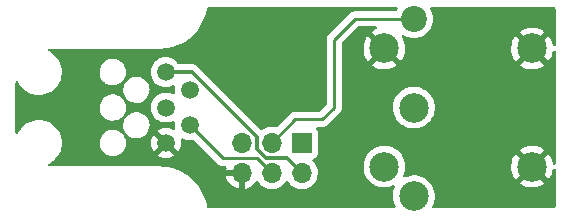
<source format=gbr>
%TF.GenerationSoftware,KiCad,Pcbnew,6.0.2+dfsg-1*%
%TF.CreationDate,2024-04-13T11:51:50+02:00*%
%TF.ProjectId,ps2_to_amiga,7073325f-746f-45f6-916d-6967612e6b69,rev?*%
%TF.SameCoordinates,Original*%
%TF.FileFunction,Copper,L2,Bot*%
%TF.FilePolarity,Positive*%
%FSLAX46Y46*%
G04 Gerber Fmt 4.6, Leading zero omitted, Abs format (unit mm)*
G04 Created by KiCad (PCBNEW 6.0.2+dfsg-1) date 2024-04-13 11:51:50*
%MOMM*%
%LPD*%
G01*
G04 APERTURE LIST*
%TA.AperFunction,ComponentPad*%
%ADD10R,1.700000X1.700000*%
%TD*%
%TA.AperFunction,ComponentPad*%
%ADD11O,1.700000X1.700000*%
%TD*%
%TA.AperFunction,ComponentPad*%
%ADD12C,2.200000*%
%TD*%
%TA.AperFunction,ComponentPad*%
%ADD13C,2.500000*%
%TD*%
%TA.AperFunction,ComponentPad*%
%ADD14C,1.500000*%
%TD*%
%TA.AperFunction,Conductor*%
%ADD15C,0.250000*%
%TD*%
%TA.AperFunction,Conductor*%
%ADD16C,0.304800*%
%TD*%
G04 APERTURE END LIST*
D10*
%TO.P,J2,1,MISO*%
%TO.N,PS2_DAT*%
X150500000Y-83000000D03*
D11*
%TO.P,J2,2,VCC*%
%TO.N,+5V*%
X150500000Y-85540000D03*
%TO.P,J2,3,SCK*%
%TO.N,PS2_CLK*%
X147960000Y-83000000D03*
%TO.P,J2,4,MOSI*%
%TO.N,AMIGA_RST*%
X147960000Y-85540000D03*
%TO.P,J2,5,~{RST}*%
%TO.N,/ISP_RST*%
X145420000Y-83000000D03*
%TO.P,J2,6,GND*%
%TO.N,GND*%
X145420000Y-85540000D03*
%TD*%
D12*
%TO.P,J4,1*%
%TO.N,PS2_CLK*%
X160000000Y-72500000D03*
D13*
%TO.P,J4,2*%
%TO.N,PS2_DAT*%
X160000000Y-80000000D03*
%TO.P,J4,3*%
%TO.N,unconnected-(J4-Pad3)*%
X160000000Y-87500000D03*
%TO.P,J4,4*%
%TO.N,GND*%
X157500000Y-75000000D03*
%TO.P,J4,5*%
%TO.N,+5V*%
X157500000Y-85000000D03*
%TO.P,J4,6*%
%TO.N,GND*%
X170000000Y-85000000D03*
X170000000Y-75000000D03*
%TD*%
D14*
%TO.P,J1,1,Pin_1*%
%TO.N,+5V*%
X139000000Y-77000000D03*
%TO.P,J1,2,Pin_2*%
%TO.N,AMIGA_CLK*%
X141000000Y-78500000D03*
%TO.P,J1,3,Pin_3*%
%TO.N,AMIGA_DAT*%
X139000000Y-80000000D03*
%TO.P,J1,4,Pin_4*%
%TO.N,AMIGA_RST*%
X141000000Y-81500000D03*
%TO.P,J1,5,Pin_5*%
%TO.N,GND*%
X139000000Y-83000000D03*
%TD*%
D15*
%TO.N,PS2_CLK*%
X147960000Y-83000000D02*
X149960000Y-81000000D01*
X149960000Y-81000000D02*
X152250000Y-81000000D01*
X152250000Y-81000000D02*
X153250000Y-80000000D01*
X153250000Y-80000000D02*
X153250000Y-74250000D01*
X153250000Y-74250000D02*
X155000000Y-72500000D01*
X155000000Y-72500000D02*
X160000000Y-72500000D01*
%TO.N,AMIGA_RST*%
X141000000Y-81500000D02*
X143811489Y-84311489D01*
X143811489Y-84311489D02*
X146731489Y-84311489D01*
X146731489Y-84311489D02*
X147960000Y-85540000D01*
D16*
%TO.N,+5V*%
X139000000Y-77000000D02*
X141196127Y-77000000D01*
X141196127Y-77000000D02*
X146675911Y-82479784D01*
X146675911Y-82479784D02*
X146675911Y-83492038D01*
X146675911Y-83492038D02*
X147467962Y-84284089D01*
X147467962Y-84284089D02*
X149244089Y-84284089D01*
X149244089Y-84284089D02*
X150500000Y-85540000D01*
%TD*%
%TA.AperFunction,Conductor*%
%TO.N,GND*%
G36*
X158564536Y-71528002D02*
G01*
X158611029Y-71581658D01*
X158621133Y-71651932D01*
X158603848Y-71699835D01*
X158562384Y-71767498D01*
X158560489Y-71772073D01*
X158560488Y-71772075D01*
X158553593Y-71788720D01*
X158509044Y-71844000D01*
X158437185Y-71866500D01*
X155078768Y-71866500D01*
X155067585Y-71865973D01*
X155060092Y-71864298D01*
X155052166Y-71864547D01*
X155052165Y-71864547D01*
X154992002Y-71866438D01*
X154988044Y-71866500D01*
X154960144Y-71866500D01*
X154956154Y-71867004D01*
X154944320Y-71867936D01*
X154900111Y-71869326D01*
X154892497Y-71871538D01*
X154892492Y-71871539D01*
X154880659Y-71874977D01*
X154861296Y-71878988D01*
X154841203Y-71881526D01*
X154833836Y-71884443D01*
X154833831Y-71884444D01*
X154800092Y-71897802D01*
X154788865Y-71901646D01*
X154746407Y-71913982D01*
X154739581Y-71918019D01*
X154728972Y-71924293D01*
X154711224Y-71932988D01*
X154692383Y-71940448D01*
X154685967Y-71945110D01*
X154685966Y-71945110D01*
X154656613Y-71966436D01*
X154646693Y-71972952D01*
X154615465Y-71991420D01*
X154615462Y-71991422D01*
X154608638Y-71995458D01*
X154594317Y-72009779D01*
X154579284Y-72022619D01*
X154562893Y-72034528D01*
X154557842Y-72040634D01*
X154534702Y-72068605D01*
X154526712Y-72077384D01*
X152857747Y-73746348D01*
X152849461Y-73753888D01*
X152842982Y-73758000D01*
X152837557Y-73763777D01*
X152796357Y-73807651D01*
X152793602Y-73810493D01*
X152773865Y-73830230D01*
X152771385Y-73833427D01*
X152763682Y-73842447D01*
X152733414Y-73874679D01*
X152729595Y-73881625D01*
X152729593Y-73881628D01*
X152723652Y-73892434D01*
X152712801Y-73908953D01*
X152700386Y-73924959D01*
X152697241Y-73932228D01*
X152697238Y-73932232D01*
X152682826Y-73965537D01*
X152677609Y-73976187D01*
X152656305Y-74014940D01*
X152654334Y-74022615D01*
X152654334Y-74022616D01*
X152651267Y-74034562D01*
X152644863Y-74053266D01*
X152636819Y-74071855D01*
X152635580Y-74079678D01*
X152635577Y-74079688D01*
X152629901Y-74115524D01*
X152627495Y-74127144D01*
X152616500Y-74169970D01*
X152616500Y-74190224D01*
X152614949Y-74209934D01*
X152611780Y-74229943D01*
X152612526Y-74237835D01*
X152615941Y-74273961D01*
X152616500Y-74285819D01*
X152616500Y-79685405D01*
X152596498Y-79753526D01*
X152579595Y-79774501D01*
X152024499Y-80329596D01*
X151962187Y-80363621D01*
X151935404Y-80366500D01*
X150038767Y-80366500D01*
X150027584Y-80365973D01*
X150020091Y-80364298D01*
X150012165Y-80364547D01*
X150012164Y-80364547D01*
X149952014Y-80366438D01*
X149948055Y-80366500D01*
X149920144Y-80366500D01*
X149916210Y-80366997D01*
X149916209Y-80366997D01*
X149916144Y-80367005D01*
X149904307Y-80367938D01*
X149872490Y-80368938D01*
X149868029Y-80369078D01*
X149860110Y-80369327D01*
X149842454Y-80374456D01*
X149840658Y-80374978D01*
X149821306Y-80378986D01*
X149814235Y-80379880D01*
X149801203Y-80381526D01*
X149793834Y-80384443D01*
X149793832Y-80384444D01*
X149760097Y-80397800D01*
X149748869Y-80401645D01*
X149706407Y-80413982D01*
X149699584Y-80418017D01*
X149699582Y-80418018D01*
X149688972Y-80424293D01*
X149671224Y-80432988D01*
X149652383Y-80440448D01*
X149645967Y-80445110D01*
X149645966Y-80445110D01*
X149616613Y-80466436D01*
X149606693Y-80472952D01*
X149575465Y-80491420D01*
X149575462Y-80491422D01*
X149568638Y-80495458D01*
X149554317Y-80509779D01*
X149539284Y-80522619D01*
X149522893Y-80534528D01*
X149517842Y-80540634D01*
X149494702Y-80568605D01*
X149486712Y-80577384D01*
X148417345Y-81646750D01*
X148355033Y-81680776D01*
X148306154Y-81681702D01*
X148093373Y-81643800D01*
X148093367Y-81643799D01*
X148088284Y-81642894D01*
X148014452Y-81641992D01*
X147870081Y-81640228D01*
X147870079Y-81640228D01*
X147864911Y-81640165D01*
X147644091Y-81673955D01*
X147431756Y-81743357D01*
X147374622Y-81773099D01*
X147292837Y-81815674D01*
X147233607Y-81846507D01*
X147229474Y-81849610D01*
X147229471Y-81849612D01*
X147174642Y-81890779D01*
X147108157Y-81915685D01*
X147038761Y-81900693D01*
X147009894Y-81879114D01*
X141682741Y-76551961D01*
X141676887Y-76545695D01*
X141646597Y-76510973D01*
X141641603Y-76505248D01*
X141593025Y-76471107D01*
X141587731Y-76467175D01*
X141546982Y-76435223D01*
X141546983Y-76435223D01*
X141541006Y-76430537D01*
X141534082Y-76427411D01*
X141527951Y-76423698D01*
X141523331Y-76421062D01*
X141516949Y-76417640D01*
X141510730Y-76413269D01*
X141455413Y-76391701D01*
X141449334Y-76389146D01*
X141414313Y-76373334D01*
X141395215Y-76364711D01*
X141387739Y-76363325D01*
X141380861Y-76361170D01*
X141375736Y-76359710D01*
X141368772Y-76357922D01*
X141361693Y-76355162D01*
X141354161Y-76354170D01*
X141354159Y-76354170D01*
X141328931Y-76350849D01*
X141302827Y-76347413D01*
X141296329Y-76346384D01*
X141237930Y-76335560D01*
X141230350Y-76335997D01*
X141230349Y-76335997D01*
X141180160Y-76338891D01*
X141172907Y-76339100D01*
X140139169Y-76339100D01*
X140071048Y-76319098D01*
X140035956Y-76285371D01*
X139970908Y-76192473D01*
X139970906Y-76192470D01*
X139967749Y-76187962D01*
X139812038Y-76032251D01*
X139782566Y-76011614D01*
X139732759Y-75976739D01*
X139631654Y-75905944D01*
X139432076Y-75812880D01*
X139219371Y-75755885D01*
X139000000Y-75736693D01*
X138780629Y-75755885D01*
X138567924Y-75812880D01*
X138516336Y-75836936D01*
X138373334Y-75903618D01*
X138373329Y-75903621D01*
X138368347Y-75905944D01*
X138363840Y-75909100D01*
X138363838Y-75909101D01*
X138192473Y-76029092D01*
X138192470Y-76029094D01*
X138187962Y-76032251D01*
X138032251Y-76187962D01*
X138029094Y-76192470D01*
X138029092Y-76192473D01*
X137909101Y-76363838D01*
X137905944Y-76368347D01*
X137903621Y-76373329D01*
X137903618Y-76373334D01*
X137880304Y-76423332D01*
X137812880Y-76567924D01*
X137755885Y-76780629D01*
X137736693Y-77000000D01*
X137755885Y-77219371D01*
X137812880Y-77432076D01*
X137843902Y-77498603D01*
X137903618Y-77626666D01*
X137903621Y-77626671D01*
X137905944Y-77631653D01*
X137909100Y-77636160D01*
X137909101Y-77636162D01*
X137992612Y-77755427D01*
X138032251Y-77812038D01*
X138187962Y-77967749D01*
X138192471Y-77970906D01*
X138192473Y-77970908D01*
X138257649Y-78016545D01*
X138368346Y-78094056D01*
X138567924Y-78187120D01*
X138780629Y-78244115D01*
X139000000Y-78263307D01*
X139219371Y-78244115D01*
X139432076Y-78187120D01*
X139585862Y-78115409D01*
X139656054Y-78104748D01*
X139720867Y-78133728D01*
X139759723Y-78193148D01*
X139760818Y-78262217D01*
X139757309Y-78275312D01*
X139757308Y-78275320D01*
X139755885Y-78280629D01*
X139736693Y-78500000D01*
X139755885Y-78719371D01*
X139757308Y-78724680D01*
X139757309Y-78724688D01*
X139760818Y-78737783D01*
X139759130Y-78808760D01*
X139719336Y-78867556D01*
X139654072Y-78895505D01*
X139585862Y-78884591D01*
X139545656Y-78865843D01*
X139432076Y-78812880D01*
X139219371Y-78755885D01*
X139000000Y-78736693D01*
X138780629Y-78755885D01*
X138567924Y-78812880D01*
X138474562Y-78856415D01*
X138373334Y-78903618D01*
X138373329Y-78903621D01*
X138368347Y-78905944D01*
X138363840Y-78909100D01*
X138363838Y-78909101D01*
X138192473Y-79029092D01*
X138192470Y-79029094D01*
X138187962Y-79032251D01*
X138032251Y-79187962D01*
X138029094Y-79192470D01*
X138029092Y-79192473D01*
X137945372Y-79312038D01*
X137905944Y-79368347D01*
X137903621Y-79373329D01*
X137903618Y-79373334D01*
X137861409Y-79463852D01*
X137812880Y-79567924D01*
X137755885Y-79780629D01*
X137736693Y-80000000D01*
X137755885Y-80219371D01*
X137812880Y-80432076D01*
X137843345Y-80497409D01*
X137903618Y-80626666D01*
X137903621Y-80626671D01*
X137905944Y-80631653D01*
X137909100Y-80636160D01*
X137909101Y-80636162D01*
X137992612Y-80755427D01*
X138032251Y-80812038D01*
X138187962Y-80967749D01*
X138192471Y-80970906D01*
X138192473Y-80970908D01*
X138257649Y-81016545D01*
X138368346Y-81094056D01*
X138567924Y-81187120D01*
X138780629Y-81244115D01*
X139000000Y-81263307D01*
X139219371Y-81244115D01*
X139432076Y-81187120D01*
X139585862Y-81115409D01*
X139656054Y-81104748D01*
X139720867Y-81133728D01*
X139759723Y-81193148D01*
X139760818Y-81262217D01*
X139757309Y-81275312D01*
X139757308Y-81275319D01*
X139755885Y-81280629D01*
X139736693Y-81500000D01*
X139755885Y-81719371D01*
X139757306Y-81724675D01*
X139757308Y-81724685D01*
X139760987Y-81738412D01*
X139759299Y-81809389D01*
X139719506Y-81868185D01*
X139654242Y-81896135D01*
X139586031Y-81885221D01*
X139436887Y-81815674D01*
X139426595Y-81811928D01*
X139224599Y-81757804D01*
X139213804Y-81755901D01*
X139005475Y-81737674D01*
X138994525Y-81737674D01*
X138786196Y-81755901D01*
X138775401Y-81757804D01*
X138573405Y-81811928D01*
X138563113Y-81815674D01*
X138373583Y-81904054D01*
X138364093Y-81909534D01*
X138322851Y-81938411D01*
X138314477Y-81948887D01*
X138321545Y-81962334D01*
X139000000Y-82640790D01*
X140038388Y-83679177D01*
X140050162Y-83685606D01*
X140062176Y-83676310D01*
X140090466Y-83635907D01*
X140095946Y-83626417D01*
X140184326Y-83436887D01*
X140188072Y-83426595D01*
X140242196Y-83224599D01*
X140244099Y-83213804D01*
X140262326Y-83005475D01*
X140262326Y-82994525D01*
X140244099Y-82786196D01*
X140242195Y-82775394D01*
X140238589Y-82761937D01*
X140240279Y-82690961D01*
X140280074Y-82632166D01*
X140345339Y-82604219D01*
X140413546Y-82615133D01*
X140567924Y-82687120D01*
X140780629Y-82744115D01*
X141000000Y-82763307D01*
X141219371Y-82744115D01*
X141236266Y-82739588D01*
X141250717Y-82735716D01*
X141321694Y-82737406D01*
X141372423Y-82768328D01*
X143307837Y-84703742D01*
X143315377Y-84712028D01*
X143319489Y-84718507D01*
X143325266Y-84723932D01*
X143369140Y-84765132D01*
X143371982Y-84767887D01*
X143391719Y-84787624D01*
X143394916Y-84790104D01*
X143403936Y-84797807D01*
X143436168Y-84828075D01*
X143443114Y-84831894D01*
X143443117Y-84831896D01*
X143453923Y-84837837D01*
X143470442Y-84848688D01*
X143486448Y-84861103D01*
X143493717Y-84864248D01*
X143493721Y-84864251D01*
X143527026Y-84878663D01*
X143537676Y-84883880D01*
X143576429Y-84905184D01*
X143584104Y-84907155D01*
X143584105Y-84907155D01*
X143596051Y-84910222D01*
X143614755Y-84916626D01*
X143618721Y-84918342D01*
X143633344Y-84924670D01*
X143641167Y-84925909D01*
X143641177Y-84925912D01*
X143677013Y-84931588D01*
X143688633Y-84933994D01*
X143723778Y-84943017D01*
X143731459Y-84944989D01*
X143751713Y-84944989D01*
X143771423Y-84946540D01*
X143791432Y-84949709D01*
X143799324Y-84948963D01*
X143835450Y-84945548D01*
X143847308Y-84944989D01*
X144009985Y-84944989D01*
X144078106Y-84964991D01*
X144124599Y-85018647D01*
X144134703Y-85088921D01*
X144131402Y-85104662D01*
X144084389Y-85274184D01*
X144085912Y-85282607D01*
X144098292Y-85286000D01*
X145548000Y-85286000D01*
X145616121Y-85306002D01*
X145662614Y-85359658D01*
X145674000Y-85412000D01*
X145674000Y-86858517D01*
X145678064Y-86872359D01*
X145691478Y-86874393D01*
X145698184Y-86873534D01*
X145708262Y-86871392D01*
X145912255Y-86810191D01*
X145921842Y-86806433D01*
X146113095Y-86712739D01*
X146121945Y-86707464D01*
X146295328Y-86583792D01*
X146303200Y-86577139D01*
X146454052Y-86426812D01*
X146460730Y-86418965D01*
X146588022Y-86241819D01*
X146589279Y-86242722D01*
X146636373Y-86199362D01*
X146706311Y-86187145D01*
X146771751Y-86214678D01*
X146799579Y-86246511D01*
X146859987Y-86345088D01*
X147006250Y-86513938D01*
X147178126Y-86656632D01*
X147371000Y-86769338D01*
X147375825Y-86771180D01*
X147375826Y-86771181D01*
X147448612Y-86798975D01*
X147579692Y-86849030D01*
X147584760Y-86850061D01*
X147584763Y-86850062D01*
X147679862Y-86869410D01*
X147798597Y-86893567D01*
X147803772Y-86893757D01*
X147803774Y-86893757D01*
X148016673Y-86901564D01*
X148016677Y-86901564D01*
X148021837Y-86901753D01*
X148026957Y-86901097D01*
X148026959Y-86901097D01*
X148238288Y-86874025D01*
X148238289Y-86874025D01*
X148243416Y-86873368D01*
X148248366Y-86871883D01*
X148452429Y-86810661D01*
X148452434Y-86810659D01*
X148457384Y-86809174D01*
X148657994Y-86710896D01*
X148839860Y-86581173D01*
X148856911Y-86564182D01*
X148994435Y-86427137D01*
X148998096Y-86423489D01*
X149128453Y-86242077D01*
X149129776Y-86243028D01*
X149176645Y-86199857D01*
X149246580Y-86187625D01*
X149312026Y-86215144D01*
X149339875Y-86246994D01*
X149399987Y-86345088D01*
X149546250Y-86513938D01*
X149718126Y-86656632D01*
X149911000Y-86769338D01*
X149915825Y-86771180D01*
X149915826Y-86771181D01*
X149988612Y-86798975D01*
X150119692Y-86849030D01*
X150124760Y-86850061D01*
X150124763Y-86850062D01*
X150219862Y-86869410D01*
X150338597Y-86893567D01*
X150343772Y-86893757D01*
X150343774Y-86893757D01*
X150556673Y-86901564D01*
X150556677Y-86901564D01*
X150561837Y-86901753D01*
X150566957Y-86901097D01*
X150566959Y-86901097D01*
X150778288Y-86874025D01*
X150778289Y-86874025D01*
X150783416Y-86873368D01*
X150788366Y-86871883D01*
X150992429Y-86810661D01*
X150992434Y-86810659D01*
X150997384Y-86809174D01*
X151197994Y-86710896D01*
X151379860Y-86581173D01*
X151396911Y-86564182D01*
X151534435Y-86427137D01*
X151538096Y-86423489D01*
X151668453Y-86242077D01*
X151681995Y-86214678D01*
X151765136Y-86046453D01*
X151765137Y-86046451D01*
X151767430Y-86041811D01*
X151821239Y-85864704D01*
X151830865Y-85833023D01*
X151830865Y-85833021D01*
X151832370Y-85828069D01*
X151861529Y-85606590D01*
X151861926Y-85590338D01*
X151863074Y-85543365D01*
X151863074Y-85543361D01*
X151863156Y-85540000D01*
X151844852Y-85317361D01*
X151790431Y-85100702D01*
X151701354Y-84895840D01*
X151620258Y-84770484D01*
X151582822Y-84712617D01*
X151582820Y-84712614D01*
X151580014Y-84708277D01*
X151576532Y-84704450D01*
X151432798Y-84546488D01*
X151401746Y-84482642D01*
X151410141Y-84412143D01*
X151455317Y-84357375D01*
X151481761Y-84343706D01*
X151588297Y-84303767D01*
X151596705Y-84300615D01*
X151713261Y-84213261D01*
X151800615Y-84096705D01*
X151851745Y-83960316D01*
X151858500Y-83898134D01*
X151858500Y-82101866D01*
X151851745Y-82039684D01*
X151800615Y-81903295D01*
X151749479Y-81835064D01*
X151724631Y-81768559D01*
X151739684Y-81699177D01*
X151789858Y-81648946D01*
X151850305Y-81633500D01*
X152171233Y-81633500D01*
X152182416Y-81634027D01*
X152189909Y-81635702D01*
X152197835Y-81635453D01*
X152197836Y-81635453D01*
X152257986Y-81633562D01*
X152261945Y-81633500D01*
X152289856Y-81633500D01*
X152293791Y-81633003D01*
X152293856Y-81632995D01*
X152305693Y-81632062D01*
X152337951Y-81631048D01*
X152341970Y-81630922D01*
X152349889Y-81630673D01*
X152369343Y-81625021D01*
X152388700Y-81621013D01*
X152400930Y-81619468D01*
X152400931Y-81619468D01*
X152408797Y-81618474D01*
X152416168Y-81615555D01*
X152416170Y-81615555D01*
X152449912Y-81602196D01*
X152461142Y-81598351D01*
X152495983Y-81588229D01*
X152495984Y-81588229D01*
X152503593Y-81586018D01*
X152510412Y-81581985D01*
X152510417Y-81581983D01*
X152521028Y-81575707D01*
X152538776Y-81567012D01*
X152557617Y-81559552D01*
X152593387Y-81533564D01*
X152603307Y-81527048D01*
X152634535Y-81508580D01*
X152634538Y-81508578D01*
X152641362Y-81504542D01*
X152655683Y-81490221D01*
X152670717Y-81477380D01*
X152671738Y-81476638D01*
X152687107Y-81465472D01*
X152715298Y-81431395D01*
X152723288Y-81422616D01*
X153642247Y-80503657D01*
X153650537Y-80496113D01*
X153657018Y-80492000D01*
X153703659Y-80442332D01*
X153706413Y-80439491D01*
X153726135Y-80419769D01*
X153728612Y-80416576D01*
X153736317Y-80407555D01*
X153761159Y-80381100D01*
X153766586Y-80375321D01*
X153770645Y-80367938D01*
X153776346Y-80357568D01*
X153787202Y-80341041D01*
X153794757Y-80331302D01*
X153794758Y-80331300D01*
X153799614Y-80325040D01*
X153817174Y-80284460D01*
X153822391Y-80273812D01*
X153839875Y-80242009D01*
X153839876Y-80242007D01*
X153843695Y-80235060D01*
X153848733Y-80215437D01*
X153855137Y-80196734D01*
X153860033Y-80185420D01*
X153860033Y-80185419D01*
X153863181Y-80178145D01*
X153864420Y-80170322D01*
X153864423Y-80170312D01*
X153870099Y-80134476D01*
X153872505Y-80122856D01*
X153881528Y-80087711D01*
X153881528Y-80087710D01*
X153883500Y-80080030D01*
X153883500Y-80059776D01*
X153885051Y-80040065D01*
X153886980Y-80027886D01*
X153888220Y-80020057D01*
X153884059Y-79976038D01*
X153883500Y-79964181D01*
X153883500Y-79953839D01*
X158237173Y-79953839D01*
X158237397Y-79958505D01*
X158237397Y-79958511D01*
X158243234Y-80080030D01*
X158249713Y-80214908D01*
X158300704Y-80471256D01*
X158389026Y-80717252D01*
X158395999Y-80730229D01*
X158497209Y-80918591D01*
X158512737Y-80947491D01*
X158515532Y-80951234D01*
X158515534Y-80951237D01*
X158666330Y-81153177D01*
X158666335Y-81153183D01*
X158669122Y-81156915D01*
X158672431Y-81160195D01*
X158672436Y-81160201D01*
X158788564Y-81275319D01*
X158854743Y-81340923D01*
X158858505Y-81343681D01*
X158858508Y-81343684D01*
X159031971Y-81470872D01*
X159065524Y-81495474D01*
X159069667Y-81497654D01*
X159069669Y-81497655D01*
X159292684Y-81614989D01*
X159292689Y-81614991D01*
X159296834Y-81617172D01*
X159385841Y-81648255D01*
X159531658Y-81699177D01*
X159543590Y-81703344D01*
X159548183Y-81704216D01*
X159795785Y-81751224D01*
X159795788Y-81751224D01*
X159800374Y-81752095D01*
X159930959Y-81757226D01*
X160056875Y-81762174D01*
X160056881Y-81762174D01*
X160061543Y-81762357D01*
X160140977Y-81753657D01*
X160316707Y-81734412D01*
X160316712Y-81734411D01*
X160321360Y-81733902D01*
X160391245Y-81715503D01*
X160569594Y-81668548D01*
X160569596Y-81668547D01*
X160574117Y-81667357D01*
X160625112Y-81645448D01*
X160697204Y-81614474D01*
X160814262Y-81564182D01*
X160863741Y-81533564D01*
X161032547Y-81429104D01*
X161032548Y-81429104D01*
X161036519Y-81426646D01*
X161040082Y-81423629D01*
X161040087Y-81423626D01*
X161232439Y-81260787D01*
X161232440Y-81260786D01*
X161236005Y-81257768D01*
X161336705Y-81142942D01*
X161405257Y-81064774D01*
X161405261Y-81064769D01*
X161408339Y-81061259D01*
X161411719Y-81056005D01*
X161547205Y-80845367D01*
X161549733Y-80841437D01*
X161657083Y-80603129D01*
X161679789Y-80522620D01*
X161726760Y-80356076D01*
X161726761Y-80356073D01*
X161728030Y-80351572D01*
X161741968Y-80242009D01*
X161760616Y-80095421D01*
X161760616Y-80095417D01*
X161761014Y-80092291D01*
X161763431Y-80000000D01*
X161759655Y-79949185D01*
X161744407Y-79744000D01*
X161744406Y-79743996D01*
X161744061Y-79739348D01*
X161733176Y-79691240D01*
X161694065Y-79518400D01*
X161686377Y-79484423D01*
X161683841Y-79477901D01*
X161593340Y-79245176D01*
X161593339Y-79245173D01*
X161591647Y-79240823D01*
X161578578Y-79217956D01*
X161523230Y-79121118D01*
X161461951Y-79013902D01*
X161300138Y-78808643D01*
X161109763Y-78629557D01*
X160928348Y-78503704D01*
X160898851Y-78483241D01*
X160898848Y-78483239D01*
X160895009Y-78480576D01*
X160887024Y-78476638D01*
X160664781Y-78367040D01*
X160664778Y-78367039D01*
X160660593Y-78364975D01*
X160629738Y-78355098D01*
X160416123Y-78286720D01*
X160411665Y-78285293D01*
X160153693Y-78243279D01*
X160039942Y-78241790D01*
X159897022Y-78239919D01*
X159897019Y-78239919D01*
X159892345Y-78239858D01*
X159633362Y-78275104D01*
X159628876Y-78276412D01*
X159628874Y-78276412D01*
X159600988Y-78284540D01*
X159382433Y-78348243D01*
X159378180Y-78350203D01*
X159378179Y-78350204D01*
X159341659Y-78367040D01*
X159145072Y-78457668D01*
X159106067Y-78483241D01*
X158930404Y-78598410D01*
X158930399Y-78598414D01*
X158926491Y-78600976D01*
X158731494Y-78775018D01*
X158564363Y-78975970D01*
X158561934Y-78979973D01*
X158512712Y-79061089D01*
X158428771Y-79199419D01*
X158327697Y-79440455D01*
X158263359Y-79693783D01*
X158262891Y-79698434D01*
X158262890Y-79698438D01*
X158255149Y-79775319D01*
X158237173Y-79953839D01*
X153883500Y-79953839D01*
X153883500Y-76409133D01*
X156455612Y-76409133D01*
X156464325Y-76420653D01*
X156562018Y-76492284D01*
X156569928Y-76497227D01*
X156792890Y-76614533D01*
X156801453Y-76618256D01*
X157039304Y-76701318D01*
X157048313Y-76703732D01*
X157295842Y-76750727D01*
X157305098Y-76751781D01*
X157556857Y-76761673D01*
X157566171Y-76761347D01*
X157816615Y-76733920D01*
X157825792Y-76732219D01*
X158069431Y-76668074D01*
X158078251Y-76665037D01*
X158309736Y-76565583D01*
X158318008Y-76561276D01*
X158532249Y-76428700D01*
X158539188Y-76423658D01*
X158547518Y-76411019D01*
X158546414Y-76409133D01*
X168955612Y-76409133D01*
X168964325Y-76420653D01*
X169062018Y-76492284D01*
X169069928Y-76497227D01*
X169292890Y-76614533D01*
X169301453Y-76618256D01*
X169539304Y-76701318D01*
X169548313Y-76703732D01*
X169795842Y-76750727D01*
X169805098Y-76751781D01*
X170056857Y-76761673D01*
X170066171Y-76761347D01*
X170316615Y-76733920D01*
X170325792Y-76732219D01*
X170569431Y-76668074D01*
X170578251Y-76665037D01*
X170809736Y-76565583D01*
X170818008Y-76561276D01*
X171032249Y-76428700D01*
X171039188Y-76423658D01*
X171047518Y-76411019D01*
X171041456Y-76400666D01*
X170012812Y-75372022D01*
X169998868Y-75364408D01*
X169997035Y-75364539D01*
X169990420Y-75368790D01*
X168962270Y-76396940D01*
X168955612Y-76409133D01*
X158546414Y-76409133D01*
X158541456Y-76400666D01*
X157512812Y-75372022D01*
X157498868Y-75364408D01*
X157497035Y-75364539D01*
X157490420Y-75368790D01*
X156462270Y-76396940D01*
X156455612Y-76409133D01*
X153883500Y-76409133D01*
X153883500Y-74958523D01*
X155737898Y-74958523D01*
X155749987Y-75210175D01*
X155751124Y-75219435D01*
X155800274Y-75466535D01*
X155802768Y-75475528D01*
X155887900Y-75712639D01*
X155891700Y-75721174D01*
X156010946Y-75943101D01*
X156015957Y-75950968D01*
X156079446Y-76035990D01*
X156090704Y-76044439D01*
X156103123Y-76037667D01*
X157127978Y-75012812D01*
X157135592Y-74998868D01*
X157135461Y-74997035D01*
X157131210Y-74990420D01*
X156101321Y-73960531D01*
X156088013Y-73953264D01*
X156077974Y-73960386D01*
X156067761Y-73972666D01*
X156062346Y-73980258D01*
X155931646Y-74195646D01*
X155927408Y-74203963D01*
X155829981Y-74436299D01*
X155827020Y-74445149D01*
X155765006Y-74689331D01*
X155763384Y-74698528D01*
X155738143Y-74949198D01*
X155737898Y-74958523D01*
X153883500Y-74958523D01*
X153883500Y-74564594D01*
X153903502Y-74496473D01*
X153920405Y-74475499D01*
X155225500Y-73170405D01*
X155287812Y-73136379D01*
X155314595Y-73133500D01*
X156775164Y-73133500D01*
X156843285Y-73153502D01*
X156889778Y-73207158D01*
X156899882Y-73277432D01*
X156870388Y-73342012D01*
X156827916Y-73373926D01*
X156649558Y-73456151D01*
X156641406Y-73460670D01*
X156462353Y-73578062D01*
X156453216Y-73588803D01*
X156457789Y-73598579D01*
X158899913Y-76040703D01*
X158912293Y-76047463D01*
X158920634Y-76041219D01*
X159046765Y-75845127D01*
X159051212Y-75836936D01*
X159154691Y-75607222D01*
X159157882Y-75598455D01*
X159226269Y-75355976D01*
X159228129Y-75346834D01*
X159260116Y-75095396D01*
X159260597Y-75089108D01*
X159262847Y-75003160D01*
X159262696Y-74996851D01*
X159259848Y-74958523D01*
X168237898Y-74958523D01*
X168249987Y-75210175D01*
X168251124Y-75219435D01*
X168300274Y-75466535D01*
X168302768Y-75475528D01*
X168387900Y-75712639D01*
X168391700Y-75721174D01*
X168510946Y-75943101D01*
X168515957Y-75950968D01*
X168579446Y-76035990D01*
X168590704Y-76044439D01*
X168603123Y-76037667D01*
X169627978Y-75012812D01*
X169635592Y-74998868D01*
X169635461Y-74997035D01*
X169631210Y-74990420D01*
X168601321Y-73960531D01*
X168588013Y-73953264D01*
X168577974Y-73960386D01*
X168567761Y-73972666D01*
X168562346Y-73980258D01*
X168431646Y-74195646D01*
X168427408Y-74203963D01*
X168329981Y-74436299D01*
X168327020Y-74445149D01*
X168265006Y-74689331D01*
X168263384Y-74698528D01*
X168238143Y-74949198D01*
X168237898Y-74958523D01*
X159259848Y-74958523D01*
X159243912Y-74744074D01*
X159242536Y-74734868D01*
X159186929Y-74489126D01*
X159184205Y-74480215D01*
X159092888Y-74245392D01*
X159088877Y-74236983D01*
X158973213Y-74034613D01*
X158956776Y-73965545D01*
X158980289Y-73898556D01*
X159036287Y-73854912D01*
X159106991Y-73848472D01*
X159148441Y-73864658D01*
X159263268Y-73935025D01*
X159263278Y-73935030D01*
X159267498Y-73937616D01*
X159272068Y-73939509D01*
X159272072Y-73939511D01*
X159472706Y-74022616D01*
X159501409Y-74034505D01*
X159579555Y-74053266D01*
X159742784Y-74092454D01*
X159742790Y-74092455D01*
X159747597Y-74093609D01*
X160000000Y-74113474D01*
X160252403Y-74093609D01*
X160257210Y-74092455D01*
X160257216Y-74092454D01*
X160420445Y-74053266D01*
X160498591Y-74034505D01*
X160527294Y-74022616D01*
X160727928Y-73939511D01*
X160727932Y-73939509D01*
X160732502Y-73937616D01*
X160948376Y-73805328D01*
X161140898Y-73640898D01*
X161185392Y-73588803D01*
X168953216Y-73588803D01*
X168957789Y-73598579D01*
X169987188Y-74627978D01*
X170001132Y-74635592D01*
X170002965Y-74635461D01*
X170009580Y-74631210D01*
X171038419Y-73602371D01*
X171044803Y-73590681D01*
X171035391Y-73578570D01*
X170898593Y-73483670D01*
X170890565Y-73478942D01*
X170664593Y-73367505D01*
X170655960Y-73364017D01*
X170415998Y-73287205D01*
X170406938Y-73285029D01*
X170158260Y-73244529D01*
X170148973Y-73243717D01*
X169897053Y-73240419D01*
X169887742Y-73240989D01*
X169638097Y-73274964D01*
X169628978Y-73276902D01*
X169387098Y-73347404D01*
X169378367Y-73350667D01*
X169149558Y-73456151D01*
X169141406Y-73460670D01*
X168962353Y-73578062D01*
X168953216Y-73588803D01*
X161185392Y-73588803D01*
X161305328Y-73448376D01*
X161437616Y-73232502D01*
X161446407Y-73211280D01*
X161532611Y-73003164D01*
X161532612Y-73003162D01*
X161534505Y-72998591D01*
X161554821Y-72913968D01*
X161592454Y-72757216D01*
X161592455Y-72757210D01*
X161593609Y-72752403D01*
X161613474Y-72500000D01*
X161593609Y-72247597D01*
X161534505Y-72001409D01*
X161532040Y-71995458D01*
X161439511Y-71772072D01*
X161439509Y-71772068D01*
X161437616Y-71767498D01*
X161396152Y-71699835D01*
X161377614Y-71631301D01*
X161399070Y-71563625D01*
X161453709Y-71518292D01*
X161503585Y-71508000D01*
X171866000Y-71508000D01*
X171934121Y-71528002D01*
X171980614Y-71581658D01*
X171992000Y-71634000D01*
X171992000Y-74709586D01*
X171971998Y-74777707D01*
X171918342Y-74824200D01*
X171848068Y-74834304D01*
X171783488Y-74804810D01*
X171745104Y-74745084D01*
X171743107Y-74737394D01*
X171686929Y-74489126D01*
X171684205Y-74480215D01*
X171592888Y-74245392D01*
X171588877Y-74236983D01*
X171463854Y-74018240D01*
X171458643Y-74010514D01*
X171421391Y-73963261D01*
X171409466Y-73954790D01*
X171397934Y-73961276D01*
X170372022Y-74987188D01*
X170364408Y-75001132D01*
X170364539Y-75002965D01*
X170368790Y-75009580D01*
X171399913Y-76040703D01*
X171412293Y-76047463D01*
X171420634Y-76041219D01*
X171546765Y-75845127D01*
X171551212Y-75836936D01*
X171654691Y-75607222D01*
X171657882Y-75598455D01*
X171726269Y-75355976D01*
X171728129Y-75346834D01*
X171741007Y-75245604D01*
X171769446Y-75180552D01*
X171828540Y-75141202D01*
X171899527Y-75140048D01*
X171959870Y-75177455D01*
X171990409Y-75241547D01*
X171992000Y-75261505D01*
X171992000Y-84709586D01*
X171971998Y-84777707D01*
X171918342Y-84824200D01*
X171848068Y-84834304D01*
X171783488Y-84804810D01*
X171745104Y-84745084D01*
X171743107Y-84737394D01*
X171686929Y-84489126D01*
X171684205Y-84480215D01*
X171592888Y-84245392D01*
X171588877Y-84236983D01*
X171463854Y-84018240D01*
X171458643Y-84010514D01*
X171421391Y-83963261D01*
X171409466Y-83954790D01*
X171397934Y-83961276D01*
X170372022Y-84987188D01*
X170364408Y-85001132D01*
X170364539Y-85002965D01*
X170368790Y-85009580D01*
X171399913Y-86040703D01*
X171412293Y-86047463D01*
X171420634Y-86041219D01*
X171546765Y-85845127D01*
X171551212Y-85836936D01*
X171654691Y-85607222D01*
X171657882Y-85598455D01*
X171726269Y-85355976D01*
X171728129Y-85346834D01*
X171741007Y-85245604D01*
X171769446Y-85180552D01*
X171828540Y-85141202D01*
X171899527Y-85140048D01*
X171959870Y-85177455D01*
X171990409Y-85241547D01*
X171992000Y-85261505D01*
X171992000Y-88366000D01*
X171971998Y-88434121D01*
X171918342Y-88480614D01*
X171866000Y-88492000D01*
X161676862Y-88492000D01*
X161608741Y-88471998D01*
X161562248Y-88418342D01*
X161552144Y-88348068D01*
X161561980Y-88314249D01*
X161603822Y-88221365D01*
X161657083Y-88103129D01*
X161713011Y-87904826D01*
X161726760Y-87856076D01*
X161726761Y-87856073D01*
X161728030Y-87851572D01*
X161744832Y-87719496D01*
X161760616Y-87595421D01*
X161760616Y-87595417D01*
X161761014Y-87592291D01*
X161762034Y-87553366D01*
X161763348Y-87503160D01*
X161763431Y-87500000D01*
X161744061Y-87239348D01*
X161737198Y-87209015D01*
X161687408Y-86988980D01*
X161686377Y-86984423D01*
X161651119Y-86893757D01*
X161593340Y-86745176D01*
X161593339Y-86745173D01*
X161591647Y-86740823D01*
X161587692Y-86733902D01*
X161541404Y-86652916D01*
X161461951Y-86513902D01*
X161379358Y-86409133D01*
X168955612Y-86409133D01*
X168964325Y-86420653D01*
X169062018Y-86492284D01*
X169069928Y-86497227D01*
X169292890Y-86614533D01*
X169301453Y-86618256D01*
X169539304Y-86701318D01*
X169548313Y-86703732D01*
X169795842Y-86750727D01*
X169805098Y-86751781D01*
X170056857Y-86761673D01*
X170066171Y-86761347D01*
X170316615Y-86733920D01*
X170325792Y-86732219D01*
X170569431Y-86668074D01*
X170578251Y-86665037D01*
X170809736Y-86565583D01*
X170818008Y-86561276D01*
X171032249Y-86428700D01*
X171039188Y-86423658D01*
X171047518Y-86411019D01*
X171041456Y-86400666D01*
X170012812Y-85372022D01*
X169998868Y-85364408D01*
X169997035Y-85364539D01*
X169990420Y-85368790D01*
X168962270Y-86396940D01*
X168955612Y-86409133D01*
X161379358Y-86409133D01*
X161300138Y-86308643D01*
X161109763Y-86129557D01*
X160895009Y-85980576D01*
X160890816Y-85978508D01*
X160664781Y-85867040D01*
X160664778Y-85867039D01*
X160660593Y-85864975D01*
X160614449Y-85850204D01*
X160416123Y-85786720D01*
X160411665Y-85785293D01*
X160153693Y-85743279D01*
X160039942Y-85741790D01*
X159897022Y-85739919D01*
X159897019Y-85739919D01*
X159892345Y-85739858D01*
X159633362Y-85775104D01*
X159382433Y-85848243D01*
X159378180Y-85850203D01*
X159378179Y-85850204D01*
X159264710Y-85902514D01*
X159194473Y-85912869D01*
X159129787Y-85883606D01*
X159091190Y-85824018D01*
X159090937Y-85753021D01*
X159097077Y-85736337D01*
X159100060Y-85729715D01*
X159157083Y-85603129D01*
X159175833Y-85536646D01*
X159226760Y-85356076D01*
X159226761Y-85356073D01*
X159228030Y-85351572D01*
X159244840Y-85219435D01*
X159260616Y-85095421D01*
X159260616Y-85095417D01*
X159261014Y-85092291D01*
X159261103Y-85088921D01*
X159263348Y-85003160D01*
X159263431Y-85000000D01*
X159263197Y-84996851D01*
X159260349Y-84958523D01*
X168237898Y-84958523D01*
X168249987Y-85210175D01*
X168251124Y-85219435D01*
X168300274Y-85466535D01*
X168302768Y-85475528D01*
X168387900Y-85712639D01*
X168391700Y-85721174D01*
X168510946Y-85943101D01*
X168515957Y-85950968D01*
X168579446Y-86035990D01*
X168590704Y-86044439D01*
X168603123Y-86037667D01*
X169627978Y-85012812D01*
X169635592Y-84998868D01*
X169635461Y-84997035D01*
X169631210Y-84990420D01*
X168601321Y-83960531D01*
X168588013Y-83953264D01*
X168577974Y-83960386D01*
X168567761Y-83972666D01*
X168562346Y-83980258D01*
X168431646Y-84195646D01*
X168427408Y-84203963D01*
X168329981Y-84436299D01*
X168327020Y-84445149D01*
X168265006Y-84689331D01*
X168263384Y-84698528D01*
X168238143Y-84949198D01*
X168237898Y-84958523D01*
X159260349Y-84958523D01*
X159244407Y-84744000D01*
X159244406Y-84743996D01*
X159244061Y-84739348D01*
X159240843Y-84725123D01*
X159187408Y-84488980D01*
X159186377Y-84484423D01*
X159131656Y-84343706D01*
X159093340Y-84245176D01*
X159093339Y-84245173D01*
X159091647Y-84240823D01*
X158961951Y-84013902D01*
X158800138Y-83808643D01*
X158609763Y-83629557D01*
X158551017Y-83588803D01*
X168953216Y-83588803D01*
X168957789Y-83598579D01*
X169987188Y-84627978D01*
X170001132Y-84635592D01*
X170002965Y-84635461D01*
X170009580Y-84631210D01*
X171038419Y-83602371D01*
X171044803Y-83590681D01*
X171035391Y-83578570D01*
X170898593Y-83483670D01*
X170890565Y-83478942D01*
X170664593Y-83367505D01*
X170655960Y-83364017D01*
X170415998Y-83287205D01*
X170406938Y-83285029D01*
X170158260Y-83244529D01*
X170148973Y-83243717D01*
X169897053Y-83240419D01*
X169887742Y-83240989D01*
X169638097Y-83274964D01*
X169628978Y-83276902D01*
X169387098Y-83347404D01*
X169378367Y-83350667D01*
X169149558Y-83456151D01*
X169141406Y-83460670D01*
X168962353Y-83578062D01*
X168953216Y-83588803D01*
X158551017Y-83588803D01*
X158449954Y-83518693D01*
X158398851Y-83483241D01*
X158398848Y-83483239D01*
X158395009Y-83480576D01*
X158354644Y-83460670D01*
X158164781Y-83367040D01*
X158164778Y-83367039D01*
X158160593Y-83364975D01*
X158114449Y-83350204D01*
X157916123Y-83286720D01*
X157911665Y-83285293D01*
X157653693Y-83243279D01*
X157539942Y-83241790D01*
X157397022Y-83239919D01*
X157397019Y-83239919D01*
X157392345Y-83239858D01*
X157133362Y-83275104D01*
X156882433Y-83348243D01*
X156878180Y-83350203D01*
X156878179Y-83350204D01*
X156837863Y-83368790D01*
X156645072Y-83457668D01*
X156606141Y-83483192D01*
X156430404Y-83598410D01*
X156430399Y-83598414D01*
X156426491Y-83600976D01*
X156231494Y-83775018D01*
X156064363Y-83975970D01*
X156061934Y-83979973D01*
X155935657Y-84188072D01*
X155928771Y-84199419D01*
X155827697Y-84440455D01*
X155763359Y-84693783D01*
X155762891Y-84698434D01*
X155762890Y-84698438D01*
X155755897Y-84767887D01*
X155737173Y-84953839D01*
X155737397Y-84958505D01*
X155737397Y-84958511D01*
X155740135Y-85015507D01*
X155749713Y-85214908D01*
X155800704Y-85471256D01*
X155889026Y-85717252D01*
X155891242Y-85721376D01*
X155978411Y-85883606D01*
X156012737Y-85947491D01*
X156015532Y-85951234D01*
X156015534Y-85951237D01*
X156166330Y-86153177D01*
X156166335Y-86153183D01*
X156169122Y-86156915D01*
X156172431Y-86160195D01*
X156172436Y-86160201D01*
X156270859Y-86257768D01*
X156354743Y-86340923D01*
X156358505Y-86343681D01*
X156358508Y-86343684D01*
X156538924Y-86475970D01*
X156565524Y-86495474D01*
X156569667Y-86497654D01*
X156569669Y-86497655D01*
X156792684Y-86614989D01*
X156792689Y-86614991D01*
X156796834Y-86617172D01*
X156899188Y-86652916D01*
X157032351Y-86699419D01*
X157043590Y-86703344D01*
X157048183Y-86704216D01*
X157295785Y-86751224D01*
X157295788Y-86751224D01*
X157300374Y-86752095D01*
X157430959Y-86757226D01*
X157556875Y-86762174D01*
X157556881Y-86762174D01*
X157561543Y-86762357D01*
X157640977Y-86753657D01*
X157816707Y-86734412D01*
X157816712Y-86734411D01*
X157821360Y-86733902D01*
X157900095Y-86713173D01*
X158069594Y-86668548D01*
X158069596Y-86668547D01*
X158074117Y-86667357D01*
X158236571Y-86597561D01*
X158307056Y-86589049D01*
X158370953Y-86619994D01*
X158407977Y-86680573D01*
X158406372Y-86751551D01*
X158402506Y-86762054D01*
X158327697Y-86940455D01*
X158263359Y-87193783D01*
X158262891Y-87198434D01*
X158262890Y-87198438D01*
X158259229Y-87234794D01*
X158237173Y-87453839D01*
X158237397Y-87458505D01*
X158237397Y-87458511D01*
X158241954Y-87553366D01*
X158249713Y-87714908D01*
X158300704Y-87971256D01*
X158389026Y-88217252D01*
X158436908Y-88306364D01*
X158451529Y-88375837D01*
X158426270Y-88442188D01*
X158369149Y-88484350D01*
X158325914Y-88492000D01*
X142585588Y-88492000D01*
X142517467Y-88471998D01*
X142470974Y-88418342D01*
X142460796Y-88383408D01*
X142444367Y-88265633D01*
X142444366Y-88265630D01*
X142443964Y-88262745D01*
X142359115Y-87901987D01*
X142241341Y-87550597D01*
X142091647Y-87211572D01*
X142084332Y-87198438D01*
X141912732Y-86890359D01*
X141911310Y-86887806D01*
X141701870Y-86582060D01*
X141700022Y-86579834D01*
X141700014Y-86579824D01*
X141466969Y-86299179D01*
X141466966Y-86299176D01*
X141465112Y-86296943D01*
X141203057Y-86034888D01*
X141176968Y-86013224D01*
X140929786Y-85807966D01*
X144088257Y-85807966D01*
X144118565Y-85942446D01*
X144121645Y-85952275D01*
X144201770Y-86149603D01*
X144206413Y-86158794D01*
X144317694Y-86340388D01*
X144323777Y-86348699D01*
X144463213Y-86509667D01*
X144470580Y-86516883D01*
X144634434Y-86652916D01*
X144642881Y-86658831D01*
X144826756Y-86766279D01*
X144836042Y-86770729D01*
X145035001Y-86846703D01*
X145044899Y-86849579D01*
X145148250Y-86870606D01*
X145162299Y-86869410D01*
X145166000Y-86859065D01*
X145166000Y-85812115D01*
X145161525Y-85796876D01*
X145160135Y-85795671D01*
X145152452Y-85794000D01*
X144103225Y-85794000D01*
X144089694Y-85797973D01*
X144088257Y-85807966D01*
X140929786Y-85807966D01*
X140920176Y-85799986D01*
X140920166Y-85799978D01*
X140917940Y-85798130D01*
X140612194Y-85588690D01*
X140393138Y-85466676D01*
X140290985Y-85409777D01*
X140290981Y-85409775D01*
X140288428Y-85408353D01*
X139949403Y-85258659D01*
X139598013Y-85140885D01*
X139595180Y-85140219D01*
X139595174Y-85140217D01*
X139404711Y-85095421D01*
X139237255Y-85056036D01*
X139234370Y-85055634D01*
X139234367Y-85055633D01*
X138904222Y-85009580D01*
X138870206Y-85004835D01*
X138867322Y-85004702D01*
X138867315Y-85004701D01*
X138697516Y-84996851D01*
X138531344Y-84989168D01*
X138521212Y-84988085D01*
X138517351Y-84987739D01*
X138512539Y-84986929D01*
X138505999Y-84986849D01*
X138504859Y-84986835D01*
X138504855Y-84986835D01*
X138500000Y-84986776D01*
X138473704Y-84990542D01*
X138472412Y-84990727D01*
X138454549Y-84992000D01*
X129132437Y-84992000D01*
X129064316Y-84971998D01*
X129017823Y-84918342D01*
X129007719Y-84848068D01*
X129037213Y-84783488D01*
X129077895Y-84752417D01*
X129208632Y-84689638D01*
X129208633Y-84689637D01*
X129212651Y-84687708D01*
X129216357Y-84685232D01*
X129437146Y-84537706D01*
X129437150Y-84537703D01*
X129440848Y-84535232D01*
X129645283Y-84352124D01*
X129821880Y-84142037D01*
X129841240Y-84110995D01*
X129886970Y-84037668D01*
X129967112Y-83909164D01*
X130078084Y-83658151D01*
X130084358Y-83635907D01*
X130105458Y-83561089D01*
X130152581Y-83394006D01*
X130167183Y-83285293D01*
X130188689Y-83125181D01*
X130188690Y-83125173D01*
X130189116Y-83121999D01*
X130189217Y-83118788D01*
X130192849Y-83003222D01*
X130192849Y-83003217D01*
X130192950Y-83000000D01*
X130190888Y-82970872D01*
X133387634Y-82970872D01*
X133400953Y-83174072D01*
X133451079Y-83371443D01*
X133481249Y-83436887D01*
X133530629Y-83543999D01*
X133536333Y-83556373D01*
X133653861Y-83722671D01*
X133799726Y-83864767D01*
X133804522Y-83867972D01*
X133804525Y-83867974D01*
X133871844Y-83912955D01*
X133969043Y-83977901D01*
X133974346Y-83980179D01*
X133974349Y-83980181D01*
X134109837Y-84038391D01*
X134156142Y-84058285D01*
X134229609Y-84074909D01*
X134349120Y-84101952D01*
X134349126Y-84101953D01*
X134354757Y-84103227D01*
X134360528Y-84103454D01*
X134360530Y-84103454D01*
X134421504Y-84105850D01*
X134558237Y-84111222D01*
X134663588Y-84095947D01*
X134754045Y-84082832D01*
X134754050Y-84082831D01*
X134759766Y-84082002D01*
X134765238Y-84080144D01*
X134765240Y-84080144D01*
X134853567Y-84050161D01*
X138314393Y-84050161D01*
X138323687Y-84062175D01*
X138364088Y-84090464D01*
X138373584Y-84095947D01*
X138563113Y-84184326D01*
X138573405Y-84188072D01*
X138775401Y-84242196D01*
X138786196Y-84244099D01*
X138994525Y-84262326D01*
X139005475Y-84262326D01*
X139213804Y-84244099D01*
X139224599Y-84242196D01*
X139426595Y-84188072D01*
X139436887Y-84184326D01*
X139626416Y-84095947D01*
X139635912Y-84090464D01*
X139677148Y-84061590D01*
X139685523Y-84051112D01*
X139678457Y-84037668D01*
X139012811Y-83372021D01*
X138998868Y-83364408D01*
X138997034Y-83364539D01*
X138990420Y-83368790D01*
X138320820Y-84038391D01*
X138314393Y-84050161D01*
X134853567Y-84050161D01*
X134947131Y-84018400D01*
X134947133Y-84018399D01*
X134952595Y-84016545D01*
X135130267Y-83917044D01*
X135135184Y-83912955D01*
X135260605Y-83808643D01*
X135286831Y-83786831D01*
X135417044Y-83630267D01*
X135516545Y-83452595D01*
X135536434Y-83394006D01*
X135580144Y-83265240D01*
X135580144Y-83265238D01*
X135582002Y-83259766D01*
X135582831Y-83254050D01*
X135582832Y-83254045D01*
X135610689Y-83061911D01*
X135611222Y-83058237D01*
X135612604Y-83005475D01*
X137737674Y-83005475D01*
X137755901Y-83213804D01*
X137757804Y-83224599D01*
X137811928Y-83426595D01*
X137815674Y-83436887D01*
X137904054Y-83626417D01*
X137909534Y-83635907D01*
X137938411Y-83677149D01*
X137948887Y-83685523D01*
X137962334Y-83678455D01*
X138627979Y-83012811D01*
X138635592Y-82998868D01*
X138635461Y-82997034D01*
X138631210Y-82990420D01*
X137961609Y-82320820D01*
X137949839Y-82314393D01*
X137937824Y-82323689D01*
X137909534Y-82364093D01*
X137904054Y-82373583D01*
X137815674Y-82563113D01*
X137811928Y-82573405D01*
X137757804Y-82775401D01*
X137755901Y-82786196D01*
X137737674Y-82994525D01*
X137737674Y-83005475D01*
X135612604Y-83005475D01*
X135612747Y-83000000D01*
X135594114Y-82797218D01*
X135591006Y-82786196D01*
X135540408Y-82606791D01*
X135538839Y-82601227D01*
X135473015Y-82467749D01*
X135451328Y-82423772D01*
X135448773Y-82418591D01*
X135426989Y-82389418D01*
X135330385Y-82260051D01*
X135326932Y-82255427D01*
X135177397Y-82117198D01*
X135088470Y-82061089D01*
X135010057Y-82011614D01*
X135005177Y-82008535D01*
X134816037Y-81933076D01*
X134810377Y-81931950D01*
X134810373Y-81931949D01*
X134621982Y-81894476D01*
X134621977Y-81894476D01*
X134616314Y-81893349D01*
X134610539Y-81893273D01*
X134610535Y-81893273D01*
X134508527Y-81891938D01*
X134412695Y-81890683D01*
X134406998Y-81891662D01*
X134406997Y-81891662D01*
X134267193Y-81915685D01*
X134212000Y-81925169D01*
X134020950Y-81995651D01*
X134015989Y-81998603D01*
X134015988Y-81998603D01*
X133850912Y-82096813D01*
X133850909Y-82096815D01*
X133845944Y-82099769D01*
X133692842Y-82234036D01*
X133566772Y-82393955D01*
X133564083Y-82399066D01*
X133564081Y-82399069D01*
X133554624Y-82417044D01*
X133471956Y-82574170D01*
X133470242Y-82579691D01*
X133470240Y-82579695D01*
X133413376Y-82762828D01*
X133411569Y-82768647D01*
X133387634Y-82970872D01*
X130190888Y-82970872D01*
X130173566Y-82726236D01*
X130171554Y-82716888D01*
X130116739Y-82462281D01*
X130116738Y-82462279D01*
X130115803Y-82457934D01*
X130020811Y-82200448D01*
X129918922Y-82011614D01*
X129892600Y-81962831D01*
X129890487Y-81958915D01*
X129727431Y-81738155D01*
X129723747Y-81734412D01*
X129626575Y-81635702D01*
X129534896Y-81542572D01*
X129531357Y-81539871D01*
X129531350Y-81539865D01*
X129440947Y-81470872D01*
X135387634Y-81470872D01*
X135400953Y-81674072D01*
X135451079Y-81871443D01*
X135536333Y-82056373D01*
X135653861Y-82222671D01*
X135799726Y-82364767D01*
X135804522Y-82367972D01*
X135804525Y-82367974D01*
X135877964Y-82417044D01*
X135969043Y-82477901D01*
X135974346Y-82480179D01*
X135974349Y-82480181D01*
X136058989Y-82516545D01*
X136156142Y-82558285D01*
X136222963Y-82573405D01*
X136349120Y-82601952D01*
X136349126Y-82601953D01*
X136354757Y-82603227D01*
X136360528Y-82603454D01*
X136360530Y-82603454D01*
X136421504Y-82605850D01*
X136558237Y-82611222D01*
X136662919Y-82596044D01*
X136754045Y-82582832D01*
X136754050Y-82582831D01*
X136759766Y-82582002D01*
X136765238Y-82580144D01*
X136765240Y-82580144D01*
X136947131Y-82518400D01*
X136947133Y-82518399D01*
X136952595Y-82516545D01*
X137130267Y-82417044D01*
X137158029Y-82393955D01*
X137282393Y-82290522D01*
X137286831Y-82286831D01*
X137417044Y-82130267D01*
X137516545Y-81952595D01*
X137522445Y-81935216D01*
X137580144Y-81765240D01*
X137580144Y-81765238D01*
X137582002Y-81759766D01*
X137582831Y-81754050D01*
X137582832Y-81754045D01*
X137609421Y-81570659D01*
X137611222Y-81558237D01*
X137612747Y-81500000D01*
X137594114Y-81297218D01*
X137589436Y-81280629D01*
X137555471Y-81160201D01*
X137538839Y-81101227D01*
X137448773Y-80918591D01*
X137426989Y-80889418D01*
X137330385Y-80760051D01*
X137326932Y-80755427D01*
X137177397Y-80617198D01*
X137088470Y-80561089D01*
X137010057Y-80511614D01*
X137005177Y-80508535D01*
X136816037Y-80433076D01*
X136810377Y-80431950D01*
X136810373Y-80431949D01*
X136621982Y-80394476D01*
X136621977Y-80394476D01*
X136616314Y-80393349D01*
X136610539Y-80393273D01*
X136610535Y-80393273D01*
X136508527Y-80391938D01*
X136412695Y-80390683D01*
X136406998Y-80391662D01*
X136406997Y-80391662D01*
X136217697Y-80424190D01*
X136212000Y-80425169D01*
X136020950Y-80495651D01*
X136015989Y-80498603D01*
X136015988Y-80498603D01*
X135850912Y-80596813D01*
X135850909Y-80596815D01*
X135845944Y-80599769D01*
X135692842Y-80734036D01*
X135566772Y-80893955D01*
X135564083Y-80899066D01*
X135564081Y-80899069D01*
X135554624Y-80917044D01*
X135471956Y-81074170D01*
X135470242Y-81079691D01*
X135470240Y-81079695D01*
X135413376Y-81262828D01*
X135411569Y-81268647D01*
X135387634Y-81470872D01*
X129440947Y-81470872D01*
X129320264Y-81378770D01*
X129316724Y-81376068D01*
X129248097Y-81337635D01*
X129081154Y-81244142D01*
X129081151Y-81244141D01*
X129077268Y-81241966D01*
X129073129Y-81240365D01*
X129073121Y-81240361D01*
X128847762Y-81153177D01*
X128821306Y-81142942D01*
X128816981Y-81141939D01*
X128816976Y-81141938D01*
X128656525Y-81104748D01*
X128553944Y-81080971D01*
X128280519Y-81057290D01*
X128276084Y-81057534D01*
X128276080Y-81057534D01*
X128010927Y-81072126D01*
X128010920Y-81072127D01*
X128006484Y-81072371D01*
X127737308Y-81125913D01*
X127478362Y-81216849D01*
X127474411Y-81218902D01*
X127474405Y-81218904D01*
X127245838Y-81337635D01*
X127234811Y-81343363D01*
X127231196Y-81345946D01*
X127231190Y-81345950D01*
X127015138Y-81500343D01*
X127015134Y-81500346D01*
X127011517Y-81502931D01*
X126812934Y-81692370D01*
X126693306Y-81844118D01*
X126648706Y-81900693D01*
X126643024Y-81907900D01*
X126640792Y-81911742D01*
X126640789Y-81911747D01*
X126507415Y-82141366D01*
X126507412Y-82141372D01*
X126505177Y-82145220D01*
X126503503Y-82149353D01*
X126500784Y-82156066D01*
X126456672Y-82211695D01*
X126389487Y-82234644D01*
X126320560Y-82217628D01*
X126271774Y-82166048D01*
X126258000Y-82108764D01*
X126258000Y-79970872D01*
X133387634Y-79970872D01*
X133400953Y-80174072D01*
X133451079Y-80371443D01*
X133536333Y-80556373D01*
X133653861Y-80722671D01*
X133799726Y-80864767D01*
X133804522Y-80867972D01*
X133804525Y-80867974D01*
X133941016Y-80959174D01*
X133969043Y-80977901D01*
X133974346Y-80980179D01*
X133974349Y-80980181D01*
X134058989Y-81016545D01*
X134156142Y-81058285D01*
X134222234Y-81073240D01*
X134349120Y-81101952D01*
X134349126Y-81101953D01*
X134354757Y-81103227D01*
X134360528Y-81103454D01*
X134360530Y-81103454D01*
X134421504Y-81105850D01*
X134558237Y-81111222D01*
X134662919Y-81096044D01*
X134754045Y-81082832D01*
X134754050Y-81082831D01*
X134759766Y-81082002D01*
X134765238Y-81080144D01*
X134765240Y-81080144D01*
X134947131Y-81018400D01*
X134947133Y-81018399D01*
X134952595Y-81016545D01*
X135130267Y-80917044D01*
X135158029Y-80893955D01*
X135282393Y-80790522D01*
X135286831Y-80786831D01*
X135417044Y-80630267D01*
X135516545Y-80452595D01*
X135520029Y-80442333D01*
X135580144Y-80265240D01*
X135580144Y-80265238D01*
X135582002Y-80259766D01*
X135582831Y-80254050D01*
X135582832Y-80254045D01*
X135601853Y-80122856D01*
X135611222Y-80058237D01*
X135612747Y-80000000D01*
X135594114Y-79797218D01*
X135589436Y-79780629D01*
X135540408Y-79606791D01*
X135538839Y-79601227D01*
X135448773Y-79418591D01*
X135426989Y-79389418D01*
X135330385Y-79260051D01*
X135326932Y-79255427D01*
X135177397Y-79117198D01*
X135088470Y-79061089D01*
X135010057Y-79011614D01*
X135005177Y-79008535D01*
X134816037Y-78933076D01*
X134810377Y-78931950D01*
X134810373Y-78931949D01*
X134621982Y-78894476D01*
X134621977Y-78894476D01*
X134616314Y-78893349D01*
X134610539Y-78893273D01*
X134610535Y-78893273D01*
X134508527Y-78891938D01*
X134412695Y-78890683D01*
X134406998Y-78891662D01*
X134406997Y-78891662D01*
X134305509Y-78909101D01*
X134212000Y-78925169D01*
X134020950Y-78995651D01*
X134015989Y-78998603D01*
X134015988Y-78998603D01*
X133850912Y-79096813D01*
X133850909Y-79096815D01*
X133845944Y-79099769D01*
X133692842Y-79234036D01*
X133689267Y-79238571D01*
X133689266Y-79238572D01*
X133684060Y-79245176D01*
X133566772Y-79393955D01*
X133564083Y-79399066D01*
X133564081Y-79399069D01*
X133554624Y-79417044D01*
X133471956Y-79574170D01*
X133470242Y-79579691D01*
X133470240Y-79579695D01*
X133413376Y-79762828D01*
X133411569Y-79768647D01*
X133387634Y-79970872D01*
X126258000Y-79970872D01*
X126258000Y-77883439D01*
X126278002Y-77815318D01*
X126331658Y-77768825D01*
X126401932Y-77758721D01*
X126466512Y-77788215D01*
X126496713Y-77827120D01*
X126542419Y-77918591D01*
X126577621Y-77989042D01*
X126733663Y-78214815D01*
X126798116Y-78284540D01*
X126874378Y-78367040D01*
X126919959Y-78416350D01*
X126923413Y-78419162D01*
X127129337Y-78586810D01*
X127129341Y-78586813D01*
X127132794Y-78589624D01*
X127151650Y-78600976D01*
X127348303Y-78719371D01*
X127367919Y-78731181D01*
X127429620Y-78757308D01*
X127616542Y-78836460D01*
X127616547Y-78836462D01*
X127620645Y-78838197D01*
X127624942Y-78839336D01*
X127624947Y-78839338D01*
X127731373Y-78867556D01*
X127885927Y-78908535D01*
X128158475Y-78940793D01*
X128432848Y-78934327D01*
X128475847Y-78927170D01*
X128699183Y-78889997D01*
X128699187Y-78889996D01*
X128703573Y-78889266D01*
X128707814Y-78887925D01*
X128707817Y-78887924D01*
X128961002Y-78807852D01*
X128961004Y-78807851D01*
X128965248Y-78806509D01*
X128969259Y-78804583D01*
X128969264Y-78804581D01*
X129208632Y-78689638D01*
X129208633Y-78689637D01*
X129212651Y-78687708D01*
X129233059Y-78674072D01*
X129437146Y-78537706D01*
X129437150Y-78537703D01*
X129440848Y-78535232D01*
X129512704Y-78470872D01*
X135387634Y-78470872D01*
X135400953Y-78674072D01*
X135451079Y-78871443D01*
X135536333Y-79056373D01*
X135653861Y-79222671D01*
X135799726Y-79364767D01*
X135804522Y-79367972D01*
X135804525Y-79367974D01*
X135877964Y-79417044D01*
X135969043Y-79477901D01*
X135974346Y-79480179D01*
X135974349Y-79480181D01*
X136058989Y-79516545D01*
X136156142Y-79558285D01*
X136226344Y-79574170D01*
X136349120Y-79601952D01*
X136349126Y-79601953D01*
X136354757Y-79603227D01*
X136360528Y-79603454D01*
X136360530Y-79603454D01*
X136421504Y-79605850D01*
X136558237Y-79611222D01*
X136662919Y-79596044D01*
X136754045Y-79582832D01*
X136754050Y-79582831D01*
X136759766Y-79582002D01*
X136765238Y-79580144D01*
X136765240Y-79580144D01*
X136947131Y-79518400D01*
X136947133Y-79518399D01*
X136952595Y-79516545D01*
X137130267Y-79417044D01*
X137158029Y-79393955D01*
X137282393Y-79290522D01*
X137286831Y-79286831D01*
X137417044Y-79130267D01*
X137516545Y-78952595D01*
X137522445Y-78935216D01*
X137580144Y-78765240D01*
X137580144Y-78765238D01*
X137582002Y-78759766D01*
X137582831Y-78754050D01*
X137582832Y-78754045D01*
X137605397Y-78598410D01*
X137611222Y-78558237D01*
X137612747Y-78500000D01*
X137594114Y-78297218D01*
X137590539Y-78284540D01*
X137562408Y-78184795D01*
X137538839Y-78101227D01*
X137448773Y-77918591D01*
X137444565Y-77912955D01*
X137330385Y-77760051D01*
X137326932Y-77755427D01*
X137177397Y-77617198D01*
X137088470Y-77561089D01*
X137010057Y-77511614D01*
X137005177Y-77508535D01*
X136816037Y-77433076D01*
X136810377Y-77431950D01*
X136810373Y-77431949D01*
X136621982Y-77394476D01*
X136621977Y-77394476D01*
X136616314Y-77393349D01*
X136610539Y-77393273D01*
X136610535Y-77393273D01*
X136508527Y-77391938D01*
X136412695Y-77390683D01*
X136406998Y-77391662D01*
X136406997Y-77391662D01*
X136393356Y-77394006D01*
X136212000Y-77425169D01*
X136020950Y-77495651D01*
X136015989Y-77498603D01*
X136015988Y-77498603D01*
X135850912Y-77596813D01*
X135850909Y-77596815D01*
X135845944Y-77599769D01*
X135692842Y-77734036D01*
X135689267Y-77738571D01*
X135689266Y-77738572D01*
X135679066Y-77751511D01*
X135566772Y-77893955D01*
X135564083Y-77899066D01*
X135564081Y-77899069D01*
X135554624Y-77917044D01*
X135471956Y-78074170D01*
X135470242Y-78079691D01*
X135470240Y-78079695D01*
X135413376Y-78262828D01*
X135411569Y-78268647D01*
X135387634Y-78470872D01*
X129512704Y-78470872D01*
X129645283Y-78352124D01*
X129821880Y-78142037D01*
X129841240Y-78110995D01*
X129875534Y-78056005D01*
X129967112Y-77909164D01*
X130078084Y-77658151D01*
X130084697Y-77634705D01*
X130105458Y-77561089D01*
X130152581Y-77394006D01*
X130158305Y-77351392D01*
X130188689Y-77125181D01*
X130188690Y-77125173D01*
X130189116Y-77121999D01*
X130189217Y-77118788D01*
X130192849Y-77003222D01*
X130192849Y-77003217D01*
X130192950Y-77000000D01*
X130190888Y-76970872D01*
X133387634Y-76970872D01*
X133400953Y-77174072D01*
X133451079Y-77371443D01*
X133536333Y-77556373D01*
X133653861Y-77722671D01*
X133799726Y-77864767D01*
X133804522Y-77867972D01*
X133804525Y-77867974D01*
X133877964Y-77917044D01*
X133969043Y-77977901D01*
X133974346Y-77980179D01*
X133974349Y-77980181D01*
X134058989Y-78016545D01*
X134156142Y-78058285D01*
X134226344Y-78074170D01*
X134349120Y-78101952D01*
X134349126Y-78101953D01*
X134354757Y-78103227D01*
X134360528Y-78103454D01*
X134360530Y-78103454D01*
X134421504Y-78105850D01*
X134558237Y-78111222D01*
X134662919Y-78096044D01*
X134754045Y-78082832D01*
X134754050Y-78082831D01*
X134759766Y-78082002D01*
X134765238Y-78080144D01*
X134765240Y-78080144D01*
X134947131Y-78018400D01*
X134947133Y-78018399D01*
X134952595Y-78016545D01*
X135130267Y-77917044D01*
X135135184Y-77912955D01*
X135282393Y-77790522D01*
X135286831Y-77786831D01*
X135417044Y-77630267D01*
X135516545Y-77452595D01*
X135522445Y-77435216D01*
X135580144Y-77265240D01*
X135580144Y-77265238D01*
X135582002Y-77259766D01*
X135582831Y-77254050D01*
X135582832Y-77254045D01*
X135610689Y-77061911D01*
X135611222Y-77058237D01*
X135612747Y-77000000D01*
X135594114Y-76797218D01*
X135589436Y-76780629D01*
X135556835Y-76665037D01*
X135538839Y-76601227D01*
X135472732Y-76467175D01*
X135451328Y-76423772D01*
X135448773Y-76418591D01*
X135426989Y-76389418D01*
X135330385Y-76260051D01*
X135326932Y-76255427D01*
X135177397Y-76117198D01*
X135048941Y-76036148D01*
X135010057Y-76011614D01*
X135005177Y-76008535D01*
X134816037Y-75933076D01*
X134810377Y-75931950D01*
X134810373Y-75931949D01*
X134621982Y-75894476D01*
X134621977Y-75894476D01*
X134616314Y-75893349D01*
X134610539Y-75893273D01*
X134610535Y-75893273D01*
X134508527Y-75891938D01*
X134412695Y-75890683D01*
X134406998Y-75891662D01*
X134406997Y-75891662D01*
X134305509Y-75909101D01*
X134212000Y-75925169D01*
X134020950Y-75995651D01*
X134015989Y-75998603D01*
X134015988Y-75998603D01*
X133850912Y-76096813D01*
X133850909Y-76096815D01*
X133845944Y-76099769D01*
X133692842Y-76234036D01*
X133566772Y-76393955D01*
X133564083Y-76399066D01*
X133564081Y-76399069D01*
X133547525Y-76430537D01*
X133471956Y-76574170D01*
X133470242Y-76579691D01*
X133470240Y-76579695D01*
X133413836Y-76761347D01*
X133411569Y-76768647D01*
X133387634Y-76970872D01*
X130190888Y-76970872D01*
X130173566Y-76726236D01*
X130168202Y-76701318D01*
X130116739Y-76462281D01*
X130116738Y-76462279D01*
X130115803Y-76457934D01*
X130020811Y-76200448D01*
X129918922Y-76011614D01*
X129892600Y-75962831D01*
X129890487Y-75958915D01*
X129727431Y-75738155D01*
X129534896Y-75542572D01*
X129531357Y-75539871D01*
X129531350Y-75539865D01*
X129320264Y-75378770D01*
X129316724Y-75376068D01*
X129080782Y-75243934D01*
X129031120Y-75193197D01*
X129016773Y-75123666D01*
X129042294Y-75057415D01*
X129099582Y-75015480D01*
X129142348Y-75008000D01*
X138446793Y-75008000D01*
X138467697Y-75009746D01*
X138487461Y-75013071D01*
X138493537Y-75013145D01*
X138495131Y-75013165D01*
X138495136Y-75013165D01*
X138500000Y-75013224D01*
X138504821Y-75012533D01*
X138506637Y-75012415D01*
X138515770Y-75011551D01*
X138663223Y-75004734D01*
X138867315Y-74995299D01*
X138867322Y-74995298D01*
X138870206Y-74995165D01*
X139199734Y-74949198D01*
X139234367Y-74944367D01*
X139234370Y-74944366D01*
X139237255Y-74943964D01*
X139434764Y-74897511D01*
X139595174Y-74859783D01*
X139595180Y-74859781D01*
X139598013Y-74859115D01*
X139949403Y-74741341D01*
X140288428Y-74591647D01*
X140336998Y-74564594D01*
X140609641Y-74412732D01*
X140612194Y-74411310D01*
X140917940Y-74201870D01*
X140920166Y-74200022D01*
X140920176Y-74200014D01*
X141200821Y-73966969D01*
X141200824Y-73966966D01*
X141203057Y-73965112D01*
X141465112Y-73703057D01*
X141466969Y-73700821D01*
X141700014Y-73420176D01*
X141700022Y-73420166D01*
X141701870Y-73417940D01*
X141911310Y-73112194D01*
X141923523Y-73090268D01*
X142090223Y-72790985D01*
X142090225Y-72790981D01*
X142091647Y-72788428D01*
X142241341Y-72449403D01*
X142359115Y-72098013D01*
X142364958Y-72073173D01*
X142410032Y-71881526D01*
X142443964Y-71737255D01*
X142460032Y-71622072D01*
X142460796Y-71616592D01*
X142490018Y-71551888D01*
X142549582Y-71513254D01*
X142585588Y-71508000D01*
X158496415Y-71508000D01*
X158564536Y-71528002D01*
G37*
%TD.AperFunction*%
%TD*%
M02*

</source>
